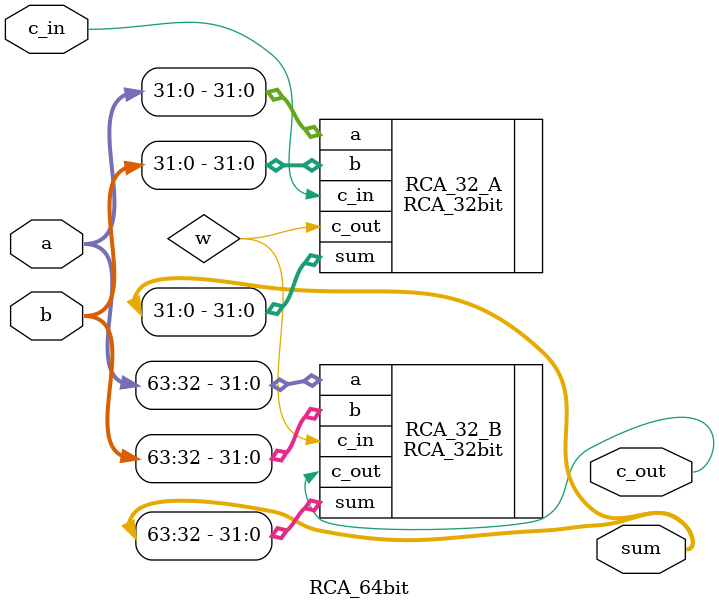
<source format=v>
`timescale 1ns / 1ps


module RCA_64bit(a, b, c_in, sum, c_out);
    input [63:0] a, b;
    input c_in;
    output [63:0] sum;
    output c_out;
    
    wire  w;
    
    RCA_32bit RCA_32_A(.a(a[31:0]),   .b(b[31:0]),     .c_in(c_in),    .sum(sum[31:0]), .c_out(w));
    RCA_32bit RCA_32_B(.a(a[63:32]),   .b(b[63:32]),     .c_in(w),    .sum(sum[63:32]), .c_out(c_out));
    
endmodule







</source>
